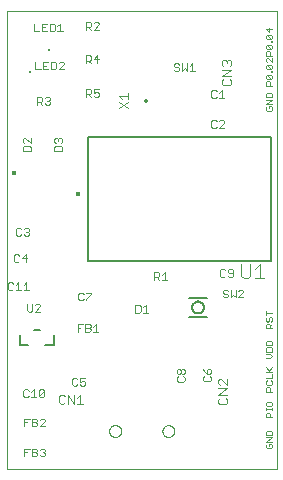
<source format=gto>
G75*
%MOIN*%
%OFA0B0*%
%FSLAX25Y25*%
%IPPOS*%
%LPD*%
%AMOC8*
5,1,8,0,0,1.08239X$1,22.5*
%
%ADD10C,0.00000*%
%ADD11C,0.00200*%
%ADD12C,0.00500*%
%ADD13C,0.00400*%
%ADD14C,0.01378*%
%ADD15C,0.00300*%
%ADD16R,0.00984X0.00984*%
%ADD17R,0.01575X0.01575*%
D10*
X0022622Y0058041D02*
X0022622Y0210541D01*
X0112622Y0210541D01*
X0112622Y0058041D01*
X0022622Y0058041D01*
X0056795Y0070541D02*
X0056797Y0070629D01*
X0056803Y0070717D01*
X0056813Y0070805D01*
X0056827Y0070893D01*
X0056844Y0070979D01*
X0056866Y0071065D01*
X0056891Y0071149D01*
X0056921Y0071233D01*
X0056953Y0071315D01*
X0056990Y0071395D01*
X0057030Y0071474D01*
X0057074Y0071551D01*
X0057121Y0071626D01*
X0057171Y0071698D01*
X0057225Y0071769D01*
X0057281Y0071836D01*
X0057341Y0071902D01*
X0057403Y0071964D01*
X0057469Y0072024D01*
X0057536Y0072080D01*
X0057607Y0072134D01*
X0057679Y0072184D01*
X0057754Y0072231D01*
X0057831Y0072275D01*
X0057910Y0072315D01*
X0057990Y0072352D01*
X0058072Y0072384D01*
X0058156Y0072414D01*
X0058240Y0072439D01*
X0058326Y0072461D01*
X0058412Y0072478D01*
X0058500Y0072492D01*
X0058588Y0072502D01*
X0058676Y0072508D01*
X0058764Y0072510D01*
X0058852Y0072508D01*
X0058940Y0072502D01*
X0059028Y0072492D01*
X0059116Y0072478D01*
X0059202Y0072461D01*
X0059288Y0072439D01*
X0059372Y0072414D01*
X0059456Y0072384D01*
X0059538Y0072352D01*
X0059618Y0072315D01*
X0059697Y0072275D01*
X0059774Y0072231D01*
X0059849Y0072184D01*
X0059921Y0072134D01*
X0059992Y0072080D01*
X0060059Y0072024D01*
X0060125Y0071964D01*
X0060187Y0071902D01*
X0060247Y0071836D01*
X0060303Y0071769D01*
X0060357Y0071698D01*
X0060407Y0071626D01*
X0060454Y0071551D01*
X0060498Y0071474D01*
X0060538Y0071395D01*
X0060575Y0071315D01*
X0060607Y0071233D01*
X0060637Y0071149D01*
X0060662Y0071065D01*
X0060684Y0070979D01*
X0060701Y0070893D01*
X0060715Y0070805D01*
X0060725Y0070717D01*
X0060731Y0070629D01*
X0060733Y0070541D01*
X0060731Y0070453D01*
X0060725Y0070365D01*
X0060715Y0070277D01*
X0060701Y0070189D01*
X0060684Y0070103D01*
X0060662Y0070017D01*
X0060637Y0069933D01*
X0060607Y0069849D01*
X0060575Y0069767D01*
X0060538Y0069687D01*
X0060498Y0069608D01*
X0060454Y0069531D01*
X0060407Y0069456D01*
X0060357Y0069384D01*
X0060303Y0069313D01*
X0060247Y0069246D01*
X0060187Y0069180D01*
X0060125Y0069118D01*
X0060059Y0069058D01*
X0059992Y0069002D01*
X0059921Y0068948D01*
X0059849Y0068898D01*
X0059774Y0068851D01*
X0059697Y0068807D01*
X0059618Y0068767D01*
X0059538Y0068730D01*
X0059456Y0068698D01*
X0059372Y0068668D01*
X0059288Y0068643D01*
X0059202Y0068621D01*
X0059116Y0068604D01*
X0059028Y0068590D01*
X0058940Y0068580D01*
X0058852Y0068574D01*
X0058764Y0068572D01*
X0058676Y0068574D01*
X0058588Y0068580D01*
X0058500Y0068590D01*
X0058412Y0068604D01*
X0058326Y0068621D01*
X0058240Y0068643D01*
X0058156Y0068668D01*
X0058072Y0068698D01*
X0057990Y0068730D01*
X0057910Y0068767D01*
X0057831Y0068807D01*
X0057754Y0068851D01*
X0057679Y0068898D01*
X0057607Y0068948D01*
X0057536Y0069002D01*
X0057469Y0069058D01*
X0057403Y0069118D01*
X0057341Y0069180D01*
X0057281Y0069246D01*
X0057225Y0069313D01*
X0057171Y0069384D01*
X0057121Y0069456D01*
X0057074Y0069531D01*
X0057030Y0069608D01*
X0056990Y0069687D01*
X0056953Y0069767D01*
X0056921Y0069849D01*
X0056891Y0069933D01*
X0056866Y0070017D01*
X0056844Y0070103D01*
X0056827Y0070189D01*
X0056813Y0070277D01*
X0056803Y0070365D01*
X0056797Y0070453D01*
X0056795Y0070541D01*
X0074511Y0070541D02*
X0074513Y0070629D01*
X0074519Y0070717D01*
X0074529Y0070805D01*
X0074543Y0070893D01*
X0074560Y0070979D01*
X0074582Y0071065D01*
X0074607Y0071149D01*
X0074637Y0071233D01*
X0074669Y0071315D01*
X0074706Y0071395D01*
X0074746Y0071474D01*
X0074790Y0071551D01*
X0074837Y0071626D01*
X0074887Y0071698D01*
X0074941Y0071769D01*
X0074997Y0071836D01*
X0075057Y0071902D01*
X0075119Y0071964D01*
X0075185Y0072024D01*
X0075252Y0072080D01*
X0075323Y0072134D01*
X0075395Y0072184D01*
X0075470Y0072231D01*
X0075547Y0072275D01*
X0075626Y0072315D01*
X0075706Y0072352D01*
X0075788Y0072384D01*
X0075872Y0072414D01*
X0075956Y0072439D01*
X0076042Y0072461D01*
X0076128Y0072478D01*
X0076216Y0072492D01*
X0076304Y0072502D01*
X0076392Y0072508D01*
X0076480Y0072510D01*
X0076568Y0072508D01*
X0076656Y0072502D01*
X0076744Y0072492D01*
X0076832Y0072478D01*
X0076918Y0072461D01*
X0077004Y0072439D01*
X0077088Y0072414D01*
X0077172Y0072384D01*
X0077254Y0072352D01*
X0077334Y0072315D01*
X0077413Y0072275D01*
X0077490Y0072231D01*
X0077565Y0072184D01*
X0077637Y0072134D01*
X0077708Y0072080D01*
X0077775Y0072024D01*
X0077841Y0071964D01*
X0077903Y0071902D01*
X0077963Y0071836D01*
X0078019Y0071769D01*
X0078073Y0071698D01*
X0078123Y0071626D01*
X0078170Y0071551D01*
X0078214Y0071474D01*
X0078254Y0071395D01*
X0078291Y0071315D01*
X0078323Y0071233D01*
X0078353Y0071149D01*
X0078378Y0071065D01*
X0078400Y0070979D01*
X0078417Y0070893D01*
X0078431Y0070805D01*
X0078441Y0070717D01*
X0078447Y0070629D01*
X0078449Y0070541D01*
X0078447Y0070453D01*
X0078441Y0070365D01*
X0078431Y0070277D01*
X0078417Y0070189D01*
X0078400Y0070103D01*
X0078378Y0070017D01*
X0078353Y0069933D01*
X0078323Y0069849D01*
X0078291Y0069767D01*
X0078254Y0069687D01*
X0078214Y0069608D01*
X0078170Y0069531D01*
X0078123Y0069456D01*
X0078073Y0069384D01*
X0078019Y0069313D01*
X0077963Y0069246D01*
X0077903Y0069180D01*
X0077841Y0069118D01*
X0077775Y0069058D01*
X0077708Y0069002D01*
X0077637Y0068948D01*
X0077565Y0068898D01*
X0077490Y0068851D01*
X0077413Y0068807D01*
X0077334Y0068767D01*
X0077254Y0068730D01*
X0077172Y0068698D01*
X0077088Y0068668D01*
X0077004Y0068643D01*
X0076918Y0068621D01*
X0076832Y0068604D01*
X0076744Y0068590D01*
X0076656Y0068580D01*
X0076568Y0068574D01*
X0076480Y0068572D01*
X0076392Y0068574D01*
X0076304Y0068580D01*
X0076216Y0068590D01*
X0076128Y0068604D01*
X0076042Y0068621D01*
X0075956Y0068643D01*
X0075872Y0068668D01*
X0075788Y0068698D01*
X0075706Y0068730D01*
X0075626Y0068767D01*
X0075547Y0068807D01*
X0075470Y0068851D01*
X0075395Y0068898D01*
X0075323Y0068948D01*
X0075252Y0069002D01*
X0075185Y0069058D01*
X0075119Y0069118D01*
X0075057Y0069180D01*
X0074997Y0069246D01*
X0074941Y0069313D01*
X0074887Y0069384D01*
X0074837Y0069456D01*
X0074790Y0069531D01*
X0074746Y0069608D01*
X0074706Y0069687D01*
X0074669Y0069767D01*
X0074637Y0069849D01*
X0074607Y0069933D01*
X0074582Y0070017D01*
X0074560Y0070103D01*
X0074543Y0070189D01*
X0074529Y0070277D01*
X0074519Y0070365D01*
X0074513Y0070453D01*
X0074511Y0070541D01*
D11*
X0079716Y0087047D02*
X0079282Y0087481D01*
X0079282Y0088349D01*
X0079716Y0088782D01*
X0079716Y0089626D02*
X0080150Y0089626D01*
X0080584Y0090059D01*
X0080584Y0090927D01*
X0081017Y0091360D01*
X0081451Y0091360D01*
X0081885Y0090927D01*
X0081885Y0090059D01*
X0081451Y0089626D01*
X0081017Y0089626D01*
X0080584Y0090059D01*
X0080584Y0090927D02*
X0080150Y0091360D01*
X0079716Y0091360D01*
X0079282Y0090927D01*
X0079282Y0090059D01*
X0079716Y0089626D01*
X0081451Y0088782D02*
X0081885Y0088349D01*
X0081885Y0087481D01*
X0081451Y0087047D01*
X0079716Y0087047D01*
X0088057Y0087506D02*
X0088491Y0087072D01*
X0090226Y0087072D01*
X0090660Y0087506D01*
X0090660Y0088374D01*
X0090226Y0088807D01*
X0090226Y0089651D02*
X0090660Y0090084D01*
X0090660Y0090952D01*
X0090226Y0091385D01*
X0089792Y0091385D01*
X0089359Y0090952D01*
X0089359Y0089651D01*
X0090226Y0089651D01*
X0089359Y0089651D02*
X0088491Y0090518D01*
X0088057Y0091385D01*
X0088491Y0088807D02*
X0088057Y0088374D01*
X0088057Y0087506D01*
X0069848Y0110016D02*
X0068113Y0110016D01*
X0068980Y0110016D02*
X0068980Y0112619D01*
X0068113Y0111751D01*
X0067269Y0112185D02*
X0066836Y0112619D01*
X0065535Y0112619D01*
X0065535Y0110016D01*
X0066836Y0110016D01*
X0067269Y0110450D01*
X0067269Y0112185D01*
X0071785Y0120954D02*
X0071785Y0123556D01*
X0073086Y0123556D01*
X0073519Y0123122D01*
X0073519Y0122255D01*
X0073086Y0121821D01*
X0071785Y0121821D01*
X0072652Y0121821D02*
X0073519Y0120954D01*
X0074363Y0120954D02*
X0076098Y0120954D01*
X0075230Y0120954D02*
X0075230Y0123556D01*
X0074363Y0122689D01*
X0093660Y0122325D02*
X0094093Y0121891D01*
X0094961Y0121891D01*
X0095394Y0122325D01*
X0096238Y0122325D02*
X0096672Y0121891D01*
X0097539Y0121891D01*
X0097973Y0122325D01*
X0097973Y0124060D01*
X0097539Y0124494D01*
X0096672Y0124494D01*
X0096238Y0124060D01*
X0096238Y0123626D01*
X0096672Y0123192D01*
X0097973Y0123192D01*
X0095394Y0124060D02*
X0094961Y0124494D01*
X0094093Y0124494D01*
X0093660Y0124060D01*
X0093660Y0122325D01*
X0108970Y0110714D02*
X0108970Y0109246D01*
X0108970Y0109980D02*
X0111172Y0109980D01*
X0110805Y0108504D02*
X0111172Y0108137D01*
X0111172Y0107403D01*
X0110805Y0107036D01*
X0110071Y0107403D02*
X0110071Y0108137D01*
X0110438Y0108504D01*
X0110805Y0108504D01*
X0110071Y0107403D02*
X0109704Y0107036D01*
X0109337Y0107036D01*
X0108970Y0107403D01*
X0108970Y0108137D01*
X0109337Y0108504D01*
X0109337Y0106294D02*
X0110071Y0106294D01*
X0110438Y0105927D01*
X0110438Y0104827D01*
X0110438Y0105560D02*
X0111172Y0106294D01*
X0111172Y0104827D02*
X0108970Y0104827D01*
X0108970Y0105927D01*
X0109337Y0106294D01*
X0109337Y0100714D02*
X0108970Y0100347D01*
X0108970Y0099246D01*
X0111172Y0099246D01*
X0111172Y0100347D01*
X0110805Y0100714D01*
X0109337Y0100714D01*
X0109337Y0098504D02*
X0108970Y0098137D01*
X0108970Y0097036D01*
X0111172Y0097036D01*
X0111172Y0098137D01*
X0110805Y0098504D01*
X0109337Y0098504D01*
X0108970Y0096294D02*
X0110438Y0096294D01*
X0111172Y0095560D01*
X0110438Y0094827D01*
X0108970Y0094827D01*
X0108970Y0091819D02*
X0110438Y0090351D01*
X0110071Y0090718D02*
X0111172Y0091819D01*
X0111172Y0090351D02*
X0108970Y0090351D01*
X0108970Y0088141D02*
X0111172Y0088141D01*
X0111172Y0089609D01*
X0110805Y0087399D02*
X0111172Y0087032D01*
X0111172Y0086298D01*
X0110805Y0085931D01*
X0109337Y0085931D01*
X0108970Y0086298D01*
X0108970Y0087032D01*
X0109337Y0087399D01*
X0109337Y0085189D02*
X0110071Y0085189D01*
X0110438Y0084823D01*
X0110438Y0083722D01*
X0111172Y0083722D02*
X0108970Y0083722D01*
X0108970Y0084823D01*
X0109337Y0085189D01*
X0109337Y0080346D02*
X0108970Y0079979D01*
X0108970Y0079245D01*
X0109337Y0078878D01*
X0110805Y0078878D01*
X0111172Y0079245D01*
X0111172Y0079979D01*
X0110805Y0080346D01*
X0109337Y0080346D01*
X0108970Y0078139D02*
X0108970Y0077405D01*
X0108970Y0077772D02*
X0111172Y0077772D01*
X0111172Y0077405D02*
X0111172Y0078139D01*
X0110071Y0076663D02*
X0110438Y0076296D01*
X0110438Y0075195D01*
X0111172Y0075195D02*
X0108970Y0075195D01*
X0108970Y0076296D01*
X0109337Y0076663D01*
X0110071Y0076663D01*
X0109337Y0070714D02*
X0108970Y0070347D01*
X0108970Y0069246D01*
X0111172Y0069246D01*
X0111172Y0070347D01*
X0110805Y0070714D01*
X0109337Y0070714D01*
X0108970Y0068504D02*
X0111172Y0068504D01*
X0108970Y0067036D01*
X0111172Y0067036D01*
X0110805Y0066294D02*
X0110071Y0066294D01*
X0110071Y0065560D01*
X0109337Y0064827D02*
X0110805Y0064827D01*
X0111172Y0065193D01*
X0111172Y0065927D01*
X0110805Y0066294D01*
X0109337Y0066294D02*
X0108970Y0065927D01*
X0108970Y0065193D01*
X0109337Y0064827D01*
X0053144Y0103656D02*
X0051410Y0103656D01*
X0052277Y0103656D02*
X0052277Y0106258D01*
X0051410Y0105390D01*
X0050566Y0105390D02*
X0050566Y0105824D01*
X0050132Y0106258D01*
X0048831Y0106258D01*
X0048831Y0103656D01*
X0050132Y0103656D01*
X0050566Y0104089D01*
X0050566Y0104523D01*
X0050132Y0104957D01*
X0048831Y0104957D01*
X0050132Y0104957D02*
X0050566Y0105390D01*
X0047988Y0106258D02*
X0046253Y0106258D01*
X0046253Y0103656D01*
X0046253Y0104957D02*
X0047121Y0104957D01*
X0046906Y0114079D02*
X0047773Y0114079D01*
X0048207Y0114513D01*
X0049050Y0114513D02*
X0049050Y0114079D01*
X0049050Y0114513D02*
X0050785Y0116247D01*
X0050785Y0116681D01*
X0049050Y0116681D01*
X0048207Y0116247D02*
X0047773Y0116681D01*
X0046906Y0116681D01*
X0046472Y0116247D01*
X0046472Y0114513D01*
X0046906Y0114079D01*
X0033754Y0112510D02*
X0033754Y0112076D01*
X0032019Y0110341D01*
X0033754Y0110341D01*
X0033754Y0112510D02*
X0033320Y0112944D01*
X0032453Y0112944D01*
X0032019Y0112510D01*
X0031176Y0112944D02*
X0031176Y0110775D01*
X0030742Y0110341D01*
X0029874Y0110341D01*
X0029441Y0110775D01*
X0029441Y0112944D01*
X0029111Y0117554D02*
X0029111Y0120156D01*
X0028244Y0119289D01*
X0028244Y0117554D02*
X0029979Y0117554D01*
X0027401Y0117554D02*
X0025666Y0117554D01*
X0026533Y0117554D02*
X0026533Y0120156D01*
X0025666Y0119289D01*
X0024822Y0119722D02*
X0024389Y0120156D01*
X0023521Y0120156D01*
X0023088Y0119722D01*
X0023088Y0117988D01*
X0023521Y0117554D01*
X0024389Y0117554D01*
X0024822Y0117988D01*
X0025499Y0126879D02*
X0026367Y0126879D01*
X0026801Y0127313D01*
X0027644Y0128180D02*
X0029379Y0128180D01*
X0028945Y0129481D02*
X0027644Y0128180D01*
X0026801Y0129047D02*
X0026367Y0129481D01*
X0025499Y0129481D01*
X0025066Y0129047D01*
X0025066Y0127313D01*
X0025499Y0126879D01*
X0028945Y0126879D02*
X0028945Y0129481D01*
X0028728Y0135629D02*
X0028294Y0136063D01*
X0028728Y0135629D02*
X0029595Y0135629D01*
X0030029Y0136063D01*
X0030029Y0136496D01*
X0029595Y0136930D01*
X0029161Y0136930D01*
X0029595Y0136930D02*
X0030029Y0137364D01*
X0030029Y0137797D01*
X0029595Y0138231D01*
X0028728Y0138231D01*
X0028294Y0137797D01*
X0027451Y0137797D02*
X0027017Y0138231D01*
X0026149Y0138231D01*
X0025716Y0137797D01*
X0025716Y0136063D01*
X0026149Y0135629D01*
X0027017Y0135629D01*
X0027451Y0136063D01*
X0027951Y0163963D02*
X0027951Y0165264D01*
X0028385Y0165698D01*
X0030120Y0165698D01*
X0030554Y0165264D01*
X0030554Y0163963D01*
X0027951Y0163963D01*
X0028385Y0166541D02*
X0027951Y0166975D01*
X0027951Y0167842D01*
X0028385Y0168276D01*
X0028819Y0168276D01*
X0030554Y0166541D01*
X0030554Y0168276D01*
X0032722Y0179391D02*
X0032722Y0181994D01*
X0034023Y0181994D01*
X0034457Y0181560D01*
X0034457Y0180692D01*
X0034023Y0180259D01*
X0032722Y0180259D01*
X0033590Y0180259D02*
X0034457Y0179391D01*
X0035300Y0179825D02*
X0035734Y0179391D01*
X0036601Y0179391D01*
X0037035Y0179825D01*
X0037035Y0180259D01*
X0036601Y0180692D01*
X0036168Y0180692D01*
X0036601Y0180692D02*
X0037035Y0181126D01*
X0037035Y0181560D01*
X0036601Y0181994D01*
X0035734Y0181994D01*
X0035300Y0181560D01*
X0034776Y0191067D02*
X0036511Y0191067D01*
X0037354Y0191067D02*
X0038655Y0191067D01*
X0039089Y0191500D01*
X0039089Y0193235D01*
X0038655Y0193669D01*
X0037354Y0193669D01*
X0037354Y0191067D01*
X0035643Y0192368D02*
X0034776Y0192368D01*
X0034776Y0193669D02*
X0034776Y0191067D01*
X0033932Y0191067D02*
X0032198Y0191067D01*
X0032198Y0193669D01*
X0034776Y0193669D02*
X0036511Y0193669D01*
X0039932Y0193235D02*
X0040366Y0193669D01*
X0041233Y0193669D01*
X0041667Y0193235D01*
X0041667Y0192801D01*
X0039932Y0191067D01*
X0041667Y0191067D01*
X0048972Y0193141D02*
X0048972Y0195744D01*
X0050273Y0195744D01*
X0050707Y0195310D01*
X0050707Y0194442D01*
X0050273Y0194009D01*
X0048972Y0194009D01*
X0049840Y0194009D02*
X0050707Y0193141D01*
X0051550Y0194442D02*
X0053285Y0194442D01*
X0052851Y0193141D02*
X0052851Y0195744D01*
X0051550Y0194442D01*
X0051550Y0184494D02*
X0051550Y0183192D01*
X0052418Y0183626D01*
X0052851Y0183626D01*
X0053285Y0183192D01*
X0053285Y0182325D01*
X0052851Y0181891D01*
X0051984Y0181891D01*
X0051550Y0182325D01*
X0050707Y0181891D02*
X0049840Y0182759D01*
X0050273Y0182759D02*
X0048972Y0182759D01*
X0048972Y0181891D02*
X0048972Y0184494D01*
X0050273Y0184494D01*
X0050707Y0184060D01*
X0050707Y0183192D01*
X0050273Y0182759D01*
X0051550Y0184494D02*
X0053285Y0184494D01*
X0053285Y0204391D02*
X0051550Y0204391D01*
X0053285Y0206126D01*
X0053285Y0206560D01*
X0052851Y0206994D01*
X0051984Y0206994D01*
X0051550Y0206560D01*
X0050707Y0206560D02*
X0050273Y0206994D01*
X0048972Y0206994D01*
X0048972Y0204391D01*
X0048972Y0205259D02*
X0050273Y0205259D01*
X0050707Y0205692D01*
X0050707Y0206560D01*
X0049840Y0205259D02*
X0050707Y0204391D01*
X0041254Y0203766D02*
X0039519Y0203766D01*
X0040387Y0203766D02*
X0040387Y0206369D01*
X0039519Y0205501D01*
X0038676Y0205935D02*
X0038242Y0206369D01*
X0036941Y0206369D01*
X0036941Y0203766D01*
X0038242Y0203766D01*
X0038676Y0204200D01*
X0038676Y0205935D01*
X0036098Y0206369D02*
X0034363Y0206369D01*
X0034363Y0203766D01*
X0036098Y0203766D01*
X0035230Y0205067D02*
X0034363Y0205067D01*
X0033519Y0203766D02*
X0031785Y0203766D01*
X0031785Y0206369D01*
X0038885Y0168195D02*
X0038451Y0167761D01*
X0038451Y0166894D01*
X0038885Y0166460D01*
X0038885Y0165617D02*
X0038451Y0165183D01*
X0038451Y0163882D01*
X0041053Y0163882D01*
X0041053Y0165183D01*
X0040619Y0165617D01*
X0038885Y0165617D01*
X0039752Y0167328D02*
X0039752Y0167761D01*
X0040186Y0168195D01*
X0040619Y0168195D01*
X0041053Y0167761D01*
X0041053Y0166894D01*
X0040619Y0166460D01*
X0039752Y0167761D02*
X0039318Y0168195D01*
X0038885Y0168195D01*
X0078425Y0190962D02*
X0078859Y0190528D01*
X0079726Y0190528D01*
X0080160Y0190962D01*
X0080160Y0191396D01*
X0079726Y0191829D01*
X0078859Y0191829D01*
X0078425Y0192263D01*
X0078425Y0192697D01*
X0078859Y0193131D01*
X0079726Y0193131D01*
X0080160Y0192697D01*
X0081003Y0193131D02*
X0081003Y0190528D01*
X0081871Y0191396D01*
X0082738Y0190528D01*
X0082738Y0193131D01*
X0083581Y0192263D02*
X0084449Y0193131D01*
X0084449Y0190528D01*
X0085316Y0190528D02*
X0083581Y0190528D01*
X0090822Y0183772D02*
X0090822Y0182038D01*
X0091256Y0181604D01*
X0092123Y0181604D01*
X0092557Y0182038D01*
X0093400Y0181604D02*
X0095135Y0181604D01*
X0094268Y0181604D02*
X0094268Y0184206D01*
X0093400Y0183339D01*
X0092557Y0183772D02*
X0092123Y0184206D01*
X0091256Y0184206D01*
X0090822Y0183772D01*
X0091256Y0174206D02*
X0090822Y0173772D01*
X0090822Y0172038D01*
X0091256Y0171604D01*
X0092123Y0171604D01*
X0092557Y0172038D01*
X0093400Y0171604D02*
X0095135Y0173339D01*
X0095135Y0173772D01*
X0094701Y0174206D01*
X0093834Y0174206D01*
X0093400Y0173772D01*
X0092557Y0173772D02*
X0092123Y0174206D01*
X0091256Y0174206D01*
X0093400Y0171604D02*
X0095135Y0171604D01*
X0108970Y0177693D02*
X0109337Y0177327D01*
X0110805Y0177327D01*
X0111172Y0177693D01*
X0111172Y0178427D01*
X0110805Y0178794D01*
X0110071Y0178794D01*
X0110071Y0178060D01*
X0109337Y0178794D02*
X0108970Y0178427D01*
X0108970Y0177693D01*
X0108970Y0179536D02*
X0111172Y0181004D01*
X0108970Y0181004D01*
X0108970Y0181746D02*
X0108970Y0182847D01*
X0109337Y0183214D01*
X0110805Y0183214D01*
X0111172Y0182847D01*
X0111172Y0181746D01*
X0108970Y0181746D01*
X0108970Y0179536D02*
X0111172Y0179536D01*
X0111172Y0185669D02*
X0108970Y0185669D01*
X0108970Y0186770D01*
X0109337Y0187137D01*
X0110071Y0187137D01*
X0110438Y0186770D01*
X0110438Y0185669D01*
X0110805Y0187879D02*
X0109337Y0187879D01*
X0108970Y0188246D01*
X0108970Y0188980D01*
X0109337Y0189347D01*
X0110805Y0187879D01*
X0111172Y0188246D01*
X0111172Y0188980D01*
X0110805Y0189347D01*
X0109337Y0189347D01*
X0109337Y0191194D02*
X0108970Y0191561D01*
X0108970Y0192295D01*
X0109337Y0192662D01*
X0110805Y0191194D01*
X0111172Y0191561D01*
X0111172Y0192295D01*
X0110805Y0192662D01*
X0109337Y0192662D01*
X0109337Y0193404D02*
X0108970Y0193771D01*
X0108970Y0194505D01*
X0109337Y0194872D01*
X0109704Y0194872D01*
X0111172Y0193404D01*
X0111172Y0194872D01*
X0111172Y0195669D02*
X0108970Y0195669D01*
X0108970Y0196770D01*
X0109337Y0197137D01*
X0110071Y0197137D01*
X0110438Y0196770D01*
X0110438Y0195669D01*
X0110805Y0197879D02*
X0109337Y0199347D01*
X0110805Y0199347D01*
X0111172Y0198980D01*
X0111172Y0198246D01*
X0110805Y0197879D01*
X0109337Y0197879D01*
X0108970Y0198246D01*
X0108970Y0198980D01*
X0109337Y0199347D01*
X0109337Y0201194D02*
X0108970Y0201561D01*
X0108970Y0202295D01*
X0109337Y0202662D01*
X0110805Y0201194D01*
X0111172Y0201561D01*
X0111172Y0202295D01*
X0110805Y0202662D01*
X0109337Y0202662D01*
X0110071Y0203404D02*
X0108970Y0204505D01*
X0111172Y0204505D01*
X0110071Y0204872D02*
X0110071Y0203404D01*
X0110805Y0201194D02*
X0109337Y0201194D01*
X0110805Y0200456D02*
X0110805Y0200089D01*
X0111172Y0200089D01*
X0111172Y0200456D01*
X0110805Y0200456D01*
X0110805Y0191194D02*
X0109337Y0191194D01*
X0110805Y0190456D02*
X0111172Y0190456D01*
X0111172Y0190089D01*
X0110805Y0190089D01*
X0110805Y0190456D01*
X0048779Y0088231D02*
X0047044Y0088231D01*
X0047044Y0086930D01*
X0047911Y0087364D01*
X0048345Y0087364D01*
X0048779Y0086930D01*
X0048779Y0086063D01*
X0048345Y0085629D01*
X0047478Y0085629D01*
X0047044Y0086063D01*
X0046201Y0086063D02*
X0045767Y0085629D01*
X0044899Y0085629D01*
X0044466Y0086063D01*
X0044466Y0087797D01*
X0044899Y0088231D01*
X0045767Y0088231D01*
X0046201Y0087797D01*
X0035029Y0084047D02*
X0035029Y0082313D01*
X0034595Y0081879D01*
X0033728Y0081879D01*
X0033294Y0082313D01*
X0035029Y0084047D01*
X0034595Y0084481D01*
X0033728Y0084481D01*
X0033294Y0084047D01*
X0033294Y0082313D01*
X0032451Y0081879D02*
X0030716Y0081879D01*
X0031583Y0081879D02*
X0031583Y0084481D01*
X0030716Y0083614D01*
X0029872Y0084047D02*
X0029439Y0084481D01*
X0028571Y0084481D01*
X0028138Y0084047D01*
X0028138Y0082313D01*
X0028571Y0081879D01*
X0029439Y0081879D01*
X0029872Y0082313D01*
X0030253Y0074708D02*
X0028519Y0074708D01*
X0028519Y0072106D01*
X0028519Y0073407D02*
X0029386Y0073407D01*
X0031097Y0073407D02*
X0032398Y0073407D01*
X0032832Y0072973D01*
X0032832Y0072539D01*
X0032398Y0072106D01*
X0031097Y0072106D01*
X0031097Y0074708D01*
X0032398Y0074708D01*
X0032832Y0074274D01*
X0032832Y0073840D01*
X0032398Y0073407D01*
X0033675Y0074274D02*
X0034109Y0074708D01*
X0034976Y0074708D01*
X0035410Y0074274D01*
X0035410Y0073840D01*
X0033675Y0072106D01*
X0035410Y0072106D01*
X0034976Y0064708D02*
X0034109Y0064708D01*
X0033675Y0064274D01*
X0032832Y0064274D02*
X0032832Y0063840D01*
X0032398Y0063407D01*
X0031097Y0063407D01*
X0031097Y0064708D02*
X0032398Y0064708D01*
X0032832Y0064274D01*
X0032398Y0063407D02*
X0032832Y0062973D01*
X0032832Y0062539D01*
X0032398Y0062106D01*
X0031097Y0062106D01*
X0031097Y0064708D01*
X0030253Y0064708D02*
X0028519Y0064708D01*
X0028519Y0062106D01*
X0028519Y0063407D02*
X0029386Y0063407D01*
X0033675Y0062539D02*
X0034109Y0062106D01*
X0034976Y0062106D01*
X0035410Y0062539D01*
X0035410Y0062973D01*
X0034976Y0063407D01*
X0034542Y0063407D01*
X0034976Y0063407D02*
X0035410Y0063840D01*
X0035410Y0064274D01*
X0034976Y0064708D01*
D12*
X0035378Y0099193D02*
X0038232Y0099193D01*
X0038232Y0102579D01*
X0033606Y0104390D02*
X0031638Y0104390D01*
X0029866Y0099193D02*
X0027012Y0099193D01*
X0027012Y0102579D01*
X0049610Y0127372D02*
X0049610Y0168711D01*
X0110634Y0168711D01*
X0110634Y0127372D01*
X0049610Y0127372D01*
X0083223Y0114941D02*
X0089522Y0114941D01*
X0084403Y0111791D02*
X0084405Y0111879D01*
X0084411Y0111967D01*
X0084421Y0112055D01*
X0084435Y0112143D01*
X0084452Y0112229D01*
X0084474Y0112315D01*
X0084499Y0112399D01*
X0084529Y0112483D01*
X0084561Y0112565D01*
X0084598Y0112645D01*
X0084638Y0112724D01*
X0084682Y0112801D01*
X0084729Y0112876D01*
X0084779Y0112948D01*
X0084833Y0113019D01*
X0084889Y0113086D01*
X0084949Y0113152D01*
X0085011Y0113214D01*
X0085077Y0113274D01*
X0085144Y0113330D01*
X0085215Y0113384D01*
X0085287Y0113434D01*
X0085362Y0113481D01*
X0085439Y0113525D01*
X0085518Y0113565D01*
X0085598Y0113602D01*
X0085680Y0113634D01*
X0085764Y0113664D01*
X0085848Y0113689D01*
X0085934Y0113711D01*
X0086020Y0113728D01*
X0086108Y0113742D01*
X0086196Y0113752D01*
X0086284Y0113758D01*
X0086372Y0113760D01*
X0086460Y0113758D01*
X0086548Y0113752D01*
X0086636Y0113742D01*
X0086724Y0113728D01*
X0086810Y0113711D01*
X0086896Y0113689D01*
X0086980Y0113664D01*
X0087064Y0113634D01*
X0087146Y0113602D01*
X0087226Y0113565D01*
X0087305Y0113525D01*
X0087382Y0113481D01*
X0087457Y0113434D01*
X0087529Y0113384D01*
X0087600Y0113330D01*
X0087667Y0113274D01*
X0087733Y0113214D01*
X0087795Y0113152D01*
X0087855Y0113086D01*
X0087911Y0113019D01*
X0087965Y0112948D01*
X0088015Y0112876D01*
X0088062Y0112801D01*
X0088106Y0112724D01*
X0088146Y0112645D01*
X0088183Y0112565D01*
X0088215Y0112483D01*
X0088245Y0112399D01*
X0088270Y0112315D01*
X0088292Y0112229D01*
X0088309Y0112143D01*
X0088323Y0112055D01*
X0088333Y0111967D01*
X0088339Y0111879D01*
X0088341Y0111791D01*
X0088339Y0111703D01*
X0088333Y0111615D01*
X0088323Y0111527D01*
X0088309Y0111439D01*
X0088292Y0111353D01*
X0088270Y0111267D01*
X0088245Y0111183D01*
X0088215Y0111099D01*
X0088183Y0111017D01*
X0088146Y0110937D01*
X0088106Y0110858D01*
X0088062Y0110781D01*
X0088015Y0110706D01*
X0087965Y0110634D01*
X0087911Y0110563D01*
X0087855Y0110496D01*
X0087795Y0110430D01*
X0087733Y0110368D01*
X0087667Y0110308D01*
X0087600Y0110252D01*
X0087529Y0110198D01*
X0087457Y0110148D01*
X0087382Y0110101D01*
X0087305Y0110057D01*
X0087226Y0110017D01*
X0087146Y0109980D01*
X0087064Y0109948D01*
X0086980Y0109918D01*
X0086896Y0109893D01*
X0086810Y0109871D01*
X0086724Y0109854D01*
X0086636Y0109840D01*
X0086548Y0109830D01*
X0086460Y0109824D01*
X0086372Y0109822D01*
X0086284Y0109824D01*
X0086196Y0109830D01*
X0086108Y0109840D01*
X0086020Y0109854D01*
X0085934Y0109871D01*
X0085848Y0109893D01*
X0085764Y0109918D01*
X0085680Y0109948D01*
X0085598Y0109980D01*
X0085518Y0110017D01*
X0085439Y0110057D01*
X0085362Y0110101D01*
X0085287Y0110148D01*
X0085215Y0110198D01*
X0085144Y0110252D01*
X0085077Y0110308D01*
X0085011Y0110368D01*
X0084949Y0110430D01*
X0084889Y0110496D01*
X0084833Y0110563D01*
X0084779Y0110634D01*
X0084729Y0110706D01*
X0084682Y0110781D01*
X0084638Y0110858D01*
X0084598Y0110937D01*
X0084561Y0111017D01*
X0084529Y0111099D01*
X0084499Y0111183D01*
X0084474Y0111267D01*
X0084452Y0111353D01*
X0084435Y0111439D01*
X0084421Y0111527D01*
X0084411Y0111615D01*
X0084405Y0111703D01*
X0084403Y0111791D01*
X0083223Y0108642D02*
X0089522Y0108642D01*
D13*
X0101547Y0121489D02*
X0100780Y0122257D01*
X0100780Y0126093D01*
X0101547Y0121489D02*
X0103082Y0121489D01*
X0103849Y0122257D01*
X0103849Y0126093D01*
X0105384Y0124559D02*
X0106918Y0126093D01*
X0106918Y0121489D01*
X0105384Y0121489D02*
X0108453Y0121489D01*
X0096172Y0088005D02*
X0096172Y0085937D01*
X0094104Y0088005D01*
X0093587Y0088005D01*
X0093070Y0087488D01*
X0093070Y0086454D01*
X0093587Y0085937D01*
X0093070Y0084783D02*
X0096172Y0084783D01*
X0093070Y0082714D01*
X0096172Y0082714D01*
X0095655Y0081560D02*
X0096172Y0081043D01*
X0096172Y0080008D01*
X0095655Y0079491D01*
X0093587Y0079491D01*
X0093070Y0080008D01*
X0093070Y0081043D01*
X0093587Y0081560D01*
X0094837Y0185741D02*
X0094320Y0186258D01*
X0094320Y0187293D01*
X0094837Y0187810D01*
X0094320Y0188964D02*
X0097422Y0191033D01*
X0094320Y0191033D01*
X0094837Y0192187D02*
X0094320Y0192704D01*
X0094320Y0193738D01*
X0094837Y0194255D01*
X0095354Y0194255D01*
X0095871Y0193738D01*
X0096388Y0194255D01*
X0096905Y0194255D01*
X0097422Y0193738D01*
X0097422Y0192704D01*
X0096905Y0192187D01*
X0095871Y0193221D02*
X0095871Y0193738D01*
X0097422Y0188964D02*
X0094320Y0188964D01*
X0096905Y0187810D02*
X0097422Y0187293D01*
X0097422Y0186258D01*
X0096905Y0185741D01*
X0094837Y0185741D01*
D14*
X0068872Y0180541D03*
D15*
X0063097Y0180126D02*
X0060195Y0178191D01*
X0060195Y0180126D02*
X0063097Y0178191D01*
X0063097Y0181138D02*
X0063097Y0183073D01*
X0063097Y0182105D02*
X0060195Y0182105D01*
X0061162Y0181138D01*
X0095064Y0117568D02*
X0094647Y0117151D01*
X0094647Y0116734D01*
X0095064Y0116317D01*
X0095898Y0116317D01*
X0096315Y0115900D01*
X0096315Y0115483D01*
X0095898Y0115066D01*
X0095064Y0115066D01*
X0094647Y0115483D01*
X0095064Y0117568D02*
X0095898Y0117568D01*
X0096315Y0117151D01*
X0097225Y0117568D02*
X0097225Y0115066D01*
X0098059Y0115900D01*
X0098893Y0115066D01*
X0098893Y0117568D01*
X0099804Y0117151D02*
X0100221Y0117568D01*
X0101055Y0117568D01*
X0101472Y0117151D01*
X0101472Y0116734D01*
X0099804Y0115066D01*
X0101472Y0115066D01*
X0047884Y0079658D02*
X0045949Y0079658D01*
X0046916Y0079658D02*
X0046916Y0082560D01*
X0045949Y0081593D01*
X0044937Y0082560D02*
X0044937Y0079658D01*
X0043002Y0082560D01*
X0043002Y0079658D01*
X0041991Y0080142D02*
X0041507Y0079658D01*
X0040539Y0079658D01*
X0040056Y0080142D01*
X0040056Y0082077D01*
X0040539Y0082560D01*
X0041507Y0082560D01*
X0041991Y0082077D01*
D16*
X0030302Y0190229D03*
X0036552Y0197416D03*
D17*
X0025004Y0156585D03*
X0046490Y0149498D03*
M02*

</source>
